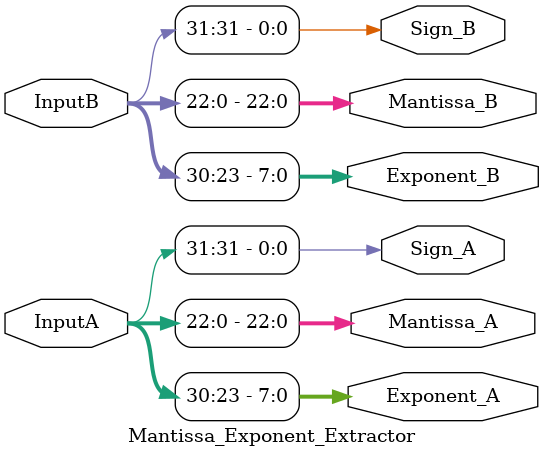
<source format=v>
`timescale 1ns / 1ps

module fpdivisionfinal(AbyB,DONE,Exception,InputA,InputB,CLOCK,RESET);
input CLOCK,RESET ; // Active High Synchronous Reset
input [31:0] InputA,InputB ;
output reg[31:0] AbyB;
output reg DONE ; // '0' while calculating, '1' when the result is ready
output reg [1:0]Exception; // Used to output exceptions

//Mantissa and Exponent related Variables
wire [22:0] L_Mantissa_A,L_Mantissa_B;
reg [22:0] L_Mantissa_UnNormalized,L_Mantissa_Normalized;
wire [7:0] L_Exponent_A,L_Exponent_B;
reg [7:0] L_Exponent_unbiased,L_Exponent_unbiased_underflow,L_Exponent_biased;
reg [7:0]L_Exponent_normalized;
wire L_Sign_A,L_Sign_B;
reg L_Sign;

//Output Variables
reg L_Done;
reg [1:0] L_Exception;
reg [31:0] L_AbyB;

// divider related Variables
reg [23:0] a,b;  //M1 and M2
reg [24:0] p=0; //Reminder
integer i,y;

Mantissa_Exponent_Extractor MEE(.InputA(InputA),
                            .InputB(InputB),
                            .Exponent_A(L_Exponent_A),
                            .Exponent_B(L_Exponent_B),
                            .Mantissa_A(L_Mantissa_A),
                            .Mantissa_B(L_Mantissa_B),
                            .Sign_A(L_Sign_A),
                            .Sign_B(L_Sign_B));                                
                            
always@(posedge CLOCK)
begin
if(RESET)
    begin
    L_AbyB=32'bx;
    L_Done=1'b1;
    L_Exception=2'bxx;
    end
else
    begin   
    y=0;
    L_Done=1'b0;    
    L_Exponent_unbiased=L_Exponent_A-L_Exponent_B;//Subtraction of Exponents
    L_Exponent_biased=L_Exponent_unbiased+127;    //adding Bias 
    L_Exponent_unbiased_underflow=L_Exponent_B-L_Exponent_A;
    if(L_Mantissa_B==0 & L_Exponent_B==0)
        begin   
        L_Exception=2'b00;
        L_AbyB=32'bx;  //Divide by  Zero exception
        L_Done=1'b1; 
        end
    else if((L_Exponent_B==8'b1111_1111 & L_Mantissa_B!=0)|(L_Exponent_A==8'b1111_1111 & L_Mantissa_A!=0))
        begin
        L_Exception=2'b11;
        L_AbyB=32'bx;  // NaN exception
        L_Done=1'b1; 
        end
    else if(L_Mantissa_A==0 & L_Exponent_A==0)
        begin
        L_AbyB=32'b0; //Dividend Zero
        L_Done=1'b1; 
        L_Exception=2'bxx; 
        end    
    else if ((L_Exponent_unbiased>127 & L_Exponent_A>L_Exponent_B))
        begin
        L_Exception=2'b10;
        L_AbyB=32'bx; //Overflow exception
        L_Done=1'b1; 
        end
    else if (L_Exponent_unbiased_underflow>127 & L_Exponent_B>L_Exponent_A)
        begin
        L_Exception=2'b01; 
        L_AbyB=32'bx;//Underflow  exception   
        L_Done=1'b1; 
        end
    else
        begin
        a={1'b1,L_Mantissa_A}; ///// appending 1 at the MsB to Mantisssa_A to make it 24 bits.
        b={1'b1,L_Mantissa_B}; ///// appending 1 at the MsB to Mantisssa_B to make it 24 bits.
        p=0;
        /*NON-restoring algorithm Start*/  
        for(i=47;i>0;i=i-1)
        begin
        if (p[24])
            begin
            p={p[23:0],a[23]};
            a=a<<1;	
            p=p+b;
            end
        else
            begin
            p={p[23:0],a[23]};
            a=a<<1;
            p=p-b;
            end

        if (p[24])  
            a[0]=0;  
        else
            a[0]=1;  
        end

        if (p[24])
            p=p+b;   
        /*NON-restoring algorithm End*/ 
        if (a[23]==0)
            y=1;        
        L_Mantissa_UnNormalized=a;
        //Normalizing Exponent and mantissa
        L_Mantissa_Normalized=L_Mantissa_UnNormalized<<y;
        L_Exponent_normalized=L_Exponent_biased-y;
        L_Sign=L_Sign_A^L_Sign_B;
        L_AbyB={L_Sign,L_Exponent_normalized,L_Mantissa_Normalized};
        L_Exception=2'bxx;
        L_Done=1'b1;         
        end
    end
//assigning local variables into output variables     
AbyB<=L_AbyB;
Exception<=L_Exception;
DONE<=L_Done;
end
endmodule

//Getting Exponent,Mantissa and Sign from given 32 bit IEEE inputs
module Mantissa_Exponent_Extractor(
    input [31:0] InputA,
    input [31:0] InputB,
    output [7:0] Exponent_A,
    output [7:0] Exponent_B,
    output [22:0] Mantissa_A,
    output [22:0] Mantissa_B,
    output Sign_A,
    output Sign_B
    );

    assign Sign_A=InputA[31];
    assign Sign_B=InputB[31];
    assign Mantissa_A=InputA[22:0];
    assign Mantissa_B=InputB[22:0];
    assign Exponent_A=InputA[30:23];
    assign Exponent_B=InputB[30:23];
    
endmodule


</source>
